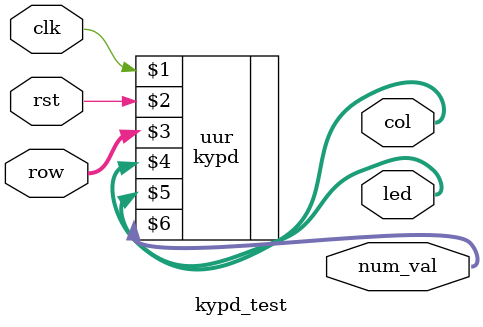
<source format=v>
/* ------------------------------------------------ *
 * Title       : Pmod KYPD Test                     *
 * Project     : Pmod KYPD                          *
 * ------------------------------------------------ *
 * File        : kypdTest.v                         *
 * Author      : Yigit Suoglu                       *
 * Last Edit   : 03/02/2021                         *
 * ------------------------------------------------ *
 * Description : Test for Pmod KYPD                 *
 * ------------------------------------------------ */

module kypd_test(
  input clk,
  input rst,
  output [15:0] led,
  input [3:0] row,
  output [3:0] col,
  output [3:0] num_val);
  
  kypd uur(clk,rst,row,col,led,num_val);
endmodule
</source>
